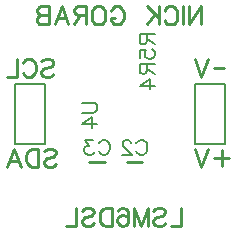
<source format=gbo>
G04 DipTrace 3.2.0.1*
G04 09342-01_gorabn6_0_10.gbo*
%MOIN*%
G04 #@! TF.FileFunction,Legend,Bot*
G04 #@! TF.Part,Single*
%ADD10C,0.009843*%
%ADD14C,0.007874*%
%ADD38C,0.00772*%
%ADD39C,0.009264*%
%FSLAX26Y26*%
G04*
G70*
G90*
G75*
G01*
G04 BotSilk*
%LPD*%
X866421Y635360D2*
D10*
X815280D1*
X741421D2*
X690280D1*
X440850Y894000D2*
D14*
X540850D1*
Y694000D1*
X440850D1*
Y894000D1*
X1040850D2*
X1140850D1*
Y694000D1*
X1040850D1*
Y894000D1*
X847382Y696644D2*
D38*
X849758Y701398D1*
X854567Y706206D1*
X859320Y708583D1*
X868882D1*
X873690Y706206D1*
X878443Y701398D1*
X880875Y696644D1*
X883252Y689459D1*
Y677466D1*
X880875Y670336D1*
X878443Y665528D1*
X873690Y660775D1*
X868882Y658343D1*
X859320D1*
X854567Y660775D1*
X849758Y665528D1*
X847382Y670336D1*
X829511Y696589D2*
Y698966D1*
X827134Y703774D1*
X824757Y706151D1*
X819949Y708527D1*
X810387D1*
X805634Y706151D1*
X803258Y703774D1*
X800826Y698966D1*
Y694213D1*
X803258Y689404D1*
X808011Y682274D1*
X831942Y658343D1*
X798449D1*
X722382Y696644D2*
X724758Y701398D1*
X729567Y706206D1*
X734320Y708583D1*
X743882D1*
X748690Y706206D1*
X753443Y701398D1*
X755875Y696644D1*
X758252Y689459D1*
Y677466D1*
X755875Y670336D1*
X753443Y665528D1*
X748690Y660775D1*
X743882Y658343D1*
X734320D1*
X729567Y660775D1*
X724758Y665528D1*
X722382Y670336D1*
X702134Y708527D2*
X675881D1*
X690196Y689404D1*
X683011D1*
X678258Y687028D1*
X675881Y684651D1*
X673449Y677466D1*
Y672713D1*
X675881Y665528D1*
X680634Y660719D1*
X687819Y658343D1*
X695004D1*
X702134Y660719D1*
X704511Y663151D1*
X706942Y667904D1*
X882135Y961401D2*
Y939901D1*
X879703Y932716D1*
X877326Y930285D1*
X872573Y927908D1*
X867764D1*
X863011Y930285D1*
X860579Y932716D1*
X858203Y939901D1*
Y961401D1*
X908443D1*
X882135Y944655D2*
X908443Y927908D1*
Y888537D2*
X858258D1*
X891696Y912469D1*
Y876599D1*
X882135Y1060213D2*
Y1038713D1*
X879703Y1031528D1*
X877326Y1029096D1*
X872573Y1026720D1*
X867764D1*
X863011Y1029096D1*
X860579Y1031528D1*
X858203Y1038713D1*
Y1060213D1*
X908443D1*
X882135Y1043466D2*
X908443Y1026720D1*
X858258Y982596D2*
Y1006472D1*
X879758Y1008849D1*
X877381Y1006472D1*
X874950Y999287D1*
X874949Y992157D1*
X877381Y984972D1*
X882135Y980164D1*
X889320Y977787D1*
X894073D1*
X901258Y980164D1*
X906066Y984972D1*
X908443Y992157D1*
Y999287D1*
X906066Y1006472D1*
X903634Y1008849D1*
X898881Y1011280D1*
X666781Y832661D2*
X702651D1*
X709836Y830285D1*
X714589Y825476D1*
X717021Y818291D1*
Y813538D1*
X714589Y806353D1*
X709836Y801544D1*
X702651Y799168D1*
X666781D1*
X717021Y759797D2*
X666836D1*
X700274Y783729D1*
Y747859D1*
X996515Y481369D2*
D39*
Y421081D1*
X962093D1*
X903374Y472747D2*
X909078Y478517D1*
X917700Y481369D1*
X929174D1*
X937796Y478517D1*
X943566Y472747D1*
Y467043D1*
X940648Y461273D1*
X937796Y458421D1*
X932092Y455569D1*
X914848Y449799D1*
X909078Y446947D1*
X906226Y444029D1*
X903374Y438325D1*
Y429703D1*
X909078Y423999D1*
X917700Y421081D1*
X929174D1*
X937796Y423999D1*
X943566Y429703D1*
X838951Y421081D2*
Y481369D1*
X861899Y421081D1*
X884847Y481369D1*
Y421081D1*
X786002Y472747D2*
X788854Y478450D1*
X797476Y481302D1*
X803180D1*
X811802Y478450D1*
X817572Y469828D1*
X820424Y455503D1*
Y441177D1*
X817572Y429703D1*
X811802Y423933D1*
X803180Y421081D1*
X800328D1*
X791772Y423933D1*
X786002Y429703D1*
X783150Y438325D1*
Y441177D1*
X786002Y449799D1*
X791772Y455503D1*
X800328Y458354D1*
X803180D1*
X811802Y455503D1*
X817572Y449799D1*
X820424Y441177D1*
X764623Y481369D2*
Y421081D1*
X744527D1*
X735905Y423999D1*
X730135Y429703D1*
X727283Y435473D1*
X724431Y444029D1*
Y458421D1*
X727283Y467043D1*
X730135Y472747D1*
X735905Y478517D1*
X744527Y481369D1*
X764623D1*
X665712Y472747D2*
X671416Y478517D1*
X680038Y481369D1*
X691512D1*
X700134Y478517D1*
X705904Y472747D1*
Y467043D1*
X702986Y461273D1*
X700134Y458421D1*
X694430Y455569D1*
X677186Y449799D1*
X671416Y446947D1*
X668564Y444029D1*
X665712Y438325D1*
Y429703D1*
X671416Y423999D1*
X680038Y421081D1*
X691512D1*
X700134Y423999D1*
X705904Y429703D1*
X647185Y481369D2*
Y421081D1*
X612763D1*
X1020911Y1153281D2*
Y1092993D1*
X1061103Y1153281D1*
Y1092993D1*
X1002384Y1153281D2*
Y1092993D1*
X940813Y1138955D2*
X943664Y1144659D1*
X949435Y1150429D1*
X955138Y1153281D1*
X966612D1*
X972383Y1150429D1*
X978086Y1144659D1*
X981005Y1138955D1*
X983856Y1130333D1*
Y1115941D1*
X981005Y1107385D1*
X978086Y1101615D1*
X972383Y1095911D1*
X966612Y1092993D1*
X955138D1*
X949435Y1095911D1*
X943664Y1101615D1*
X940813Y1107385D1*
X922285Y1153281D2*
Y1092993D1*
X882093Y1153281D2*
X922285Y1113089D1*
X907960Y1127481D2*
X882093Y1092993D1*
X762201Y1138955D2*
X765053Y1144659D1*
X770823Y1150429D1*
X776527Y1153281D1*
X788001D1*
X793771Y1150429D1*
X799475Y1144659D1*
X802393Y1138955D1*
X805245Y1130333D1*
Y1115941D1*
X802393Y1107385D1*
X799475Y1101615D1*
X793771Y1095911D1*
X788001Y1092993D1*
X776527D1*
X770823Y1095911D1*
X765053Y1101615D1*
X762201Y1107385D1*
Y1115941D1*
X776527D1*
X726430Y1153281D2*
X732200Y1150429D1*
X737904Y1144659D1*
X740822Y1138955D1*
X743674Y1130333D1*
Y1115941D1*
X740822Y1107385D1*
X737904Y1101615D1*
X732200Y1095911D1*
X726430Y1092993D1*
X714956D1*
X709252Y1095911D1*
X703482Y1101615D1*
X700630Y1107385D1*
X697778Y1115941D1*
Y1130333D1*
X700630Y1138955D1*
X703482Y1144659D1*
X709252Y1150429D1*
X714956Y1153281D1*
X726430D1*
X679251Y1124563D2*
X653451D1*
X644829Y1127481D1*
X641911Y1130333D1*
X639059Y1136037D1*
Y1141807D1*
X641911Y1147511D1*
X644829Y1150429D1*
X653451Y1153281D1*
X679251D1*
Y1092993D1*
X659155Y1124563D2*
X639059Y1092993D1*
X574570D2*
X597584Y1153281D1*
X620532Y1092993D1*
X611910Y1113089D2*
X583192D1*
X556043Y1153281D2*
Y1092993D1*
X530177D1*
X521555Y1095911D1*
X518703Y1098763D1*
X515851Y1104467D1*
Y1113089D1*
X518703Y1118859D1*
X521555Y1121711D1*
X530177Y1124563D1*
X521555Y1127481D1*
X518703Y1130333D1*
X515851Y1136037D1*
Y1141807D1*
X518703Y1147511D1*
X521555Y1150429D1*
X530177Y1153281D1*
X556043D1*
Y1124563D2*
X530177D1*
X1138436Y948104D2*
X1105274D1*
X1086747Y978281D2*
X1063799Y917993D1*
X1040851Y978281D1*
X1131140Y673937D2*
Y622271D1*
X1156940Y648070D2*
X1105274D1*
X1086747Y678281D2*
X1063799Y617993D1*
X1040851Y678281D1*
X539059Y669659D2*
X544763Y675429D1*
X553385Y678281D1*
X564859D1*
X573481Y675429D1*
X579251Y669659D1*
Y663955D1*
X576333Y658185D1*
X573481Y655333D1*
X567777Y652481D1*
X550533Y646711D1*
X544763Y643859D1*
X541911Y640941D1*
X539059Y635237D1*
Y626615D1*
X544763Y620911D1*
X553385Y617993D1*
X564859D1*
X573481Y620911D1*
X579251Y626615D1*
X520532Y678281D2*
Y617993D1*
X500436D1*
X491814Y620911D1*
X486044Y626615D1*
X483192Y632385D1*
X480340Y640941D1*
Y655333D1*
X483192Y663955D1*
X486044Y669659D1*
X491814Y675429D1*
X500436Y678281D1*
X520532D1*
X415851Y617993D2*
X438865Y678281D1*
X461813Y617993D1*
X453191Y638089D2*
X424473D1*
X530371Y969659D2*
X536075Y975429D1*
X544697Y978281D1*
X556171D1*
X564793Y975429D1*
X570563Y969659D1*
Y963955D1*
X567645Y958185D1*
X564793Y955333D1*
X559089Y952481D1*
X541845Y946711D1*
X536075Y943859D1*
X533223Y940941D1*
X530371Y935237D1*
Y926615D1*
X536075Y920911D1*
X544697Y917993D1*
X556171D1*
X564793Y920911D1*
X570563Y926615D1*
X468800Y963955D2*
X471652Y969659D1*
X477422Y975429D1*
X483126Y978281D1*
X494600D1*
X500370Y975429D1*
X506074Y969659D1*
X508992Y963955D1*
X511844Y955333D1*
Y940941D1*
X508992Y932385D1*
X506074Y926615D1*
X500370Y920911D1*
X494600Y917993D1*
X483126D1*
X477422Y920911D1*
X471652Y926615D1*
X468800Y932385D1*
X450273Y978281D2*
Y917993D1*
X415851D1*
M02*

</source>
